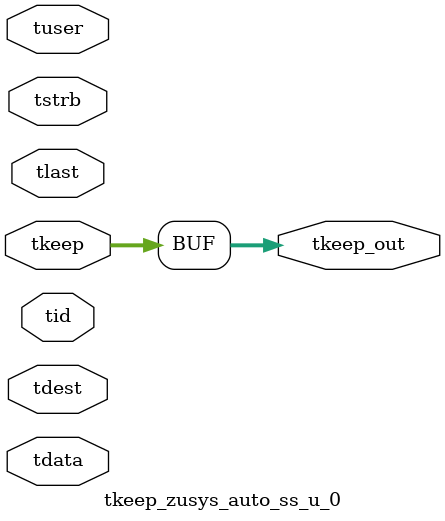
<source format=v>


`timescale 1ps/1ps

module tkeep_zusys_auto_ss_u_0 #
(
parameter C_S_AXIS_TDATA_WIDTH = 32,
parameter C_S_AXIS_TUSER_WIDTH = 0,
parameter C_S_AXIS_TID_WIDTH   = 0,
parameter C_S_AXIS_TDEST_WIDTH = 0,
parameter C_M_AXIS_TDATA_WIDTH = 32
)
(
input  [(C_S_AXIS_TDATA_WIDTH == 0 ? 1 : C_S_AXIS_TDATA_WIDTH)-1:0     ] tdata,
input  [(C_S_AXIS_TUSER_WIDTH == 0 ? 1 : C_S_AXIS_TUSER_WIDTH)-1:0     ] tuser,
input  [(C_S_AXIS_TID_WIDTH   == 0 ? 1 : C_S_AXIS_TID_WIDTH)-1:0       ] tid,
input  [(C_S_AXIS_TDEST_WIDTH == 0 ? 1 : C_S_AXIS_TDEST_WIDTH)-1:0     ] tdest,
input  [(C_S_AXIS_TDATA_WIDTH/8)-1:0 ] tkeep,
input  [(C_S_AXIS_TDATA_WIDTH/8)-1:0 ] tstrb,
input                                                                    tlast,
output [(C_M_AXIS_TDATA_WIDTH/8)-1:0 ] tkeep_out
);

assign tkeep_out = {tkeep[3:0]};

endmodule


</source>
